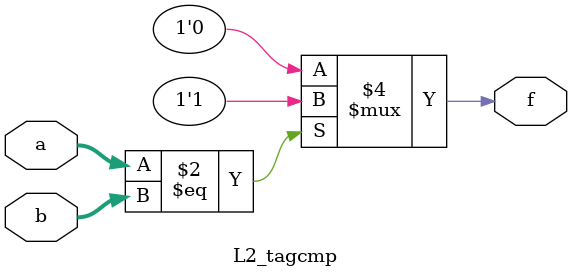
<source format=sv>
module L2_tagcmp
(
	input logic [22:0] a,
	input logic [22:0] b,
	output logic f
);

always_comb
begin
	if (a == b)
		f = 1'b1;
	else
		f = 1'b0;
end

endmodule : L2_tagcmp

</source>
